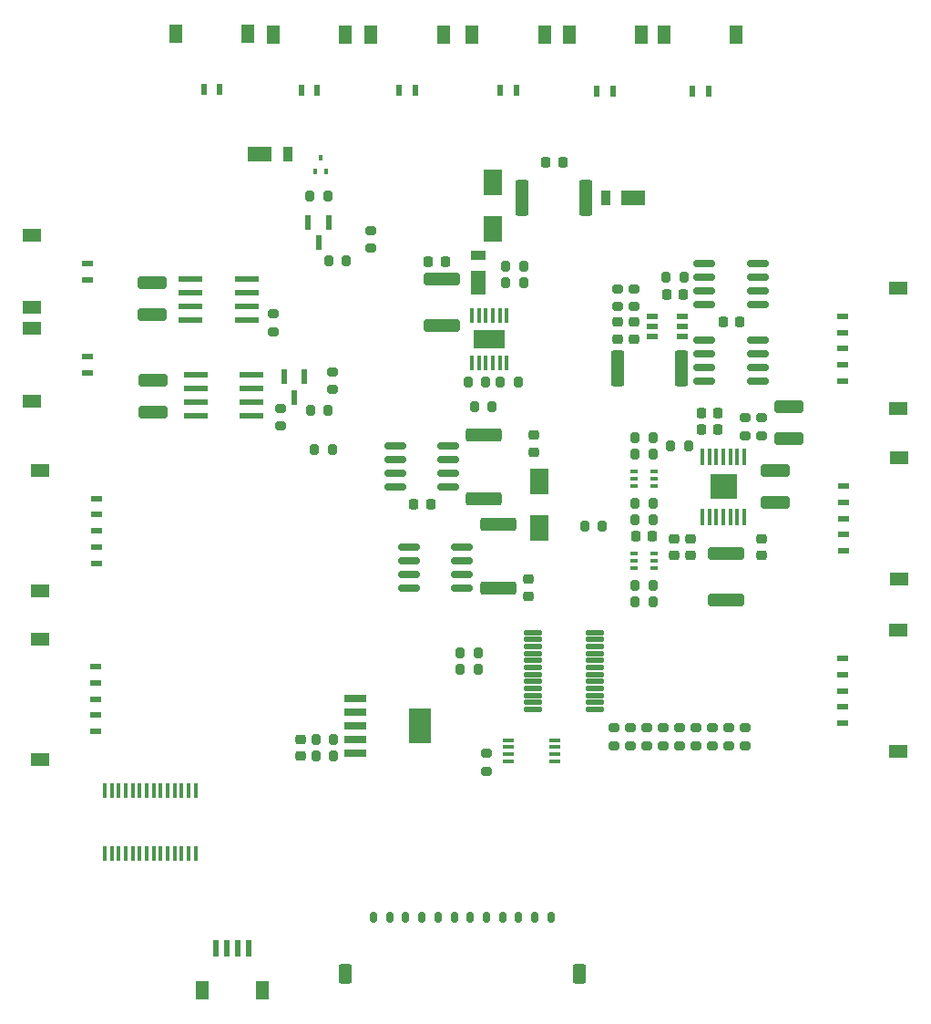
<source format=gbr>
%TF.GenerationSoftware,KiCad,Pcbnew,(6.0.7)*%
%TF.CreationDate,2023-03-29T01:01:16-07:00*%
%TF.ProjectId,battery_board_v1,62617474-6572-4795-9f62-6f6172645f76,rev?*%
%TF.SameCoordinates,Original*%
%TF.FileFunction,Paste,Top*%
%TF.FilePolarity,Positive*%
%FSLAX46Y46*%
G04 Gerber Fmt 4.6, Leading zero omitted, Abs format (unit mm)*
G04 Created by KiCad (PCBNEW (6.0.7)) date 2023-03-29 01:01:16*
%MOMM*%
%LPD*%
G01*
G04 APERTURE LIST*
G04 Aperture macros list*
%AMRoundRect*
0 Rectangle with rounded corners*
0 $1 Rounding radius*
0 $2 $3 $4 $5 $6 $7 $8 $9 X,Y pos of 4 corners*
0 Add a 4 corners polygon primitive as box body*
4,1,4,$2,$3,$4,$5,$6,$7,$8,$9,$2,$3,0*
0 Add four circle primitives for the rounded corners*
1,1,$1+$1,$2,$3*
1,1,$1+$1,$4,$5*
1,1,$1+$1,$6,$7*
1,1,$1+$1,$8,$9*
0 Add four rect primitives between the rounded corners*
20,1,$1+$1,$2,$3,$4,$5,0*
20,1,$1+$1,$4,$5,$6,$7,0*
20,1,$1+$1,$6,$7,$8,$9,0*
20,1,$1+$1,$8,$9,$2,$3,0*%
G04 Aperture macros list end*
%ADD10RoundRect,0.200000X-0.200000X-0.275000X0.200000X-0.275000X0.200000X0.275000X-0.200000X0.275000X0*%
%ADD11RoundRect,0.200000X0.275000X-0.200000X0.275000X0.200000X-0.275000X0.200000X-0.275000X-0.200000X0*%
%ADD12RoundRect,0.225000X-0.250000X0.225000X-0.250000X-0.225000X0.250000X-0.225000X0.250000X0.225000X0*%
%ADD13RoundRect,0.225000X0.250000X-0.225000X0.250000X0.225000X-0.250000X0.225000X-0.250000X-0.225000X0*%
%ADD14RoundRect,0.150000X-0.150000X-0.350000X0.150000X-0.350000X0.150000X0.350000X-0.150000X0.350000X0*%
%ADD15RoundRect,0.250000X-0.375000X-0.650000X0.375000X-0.650000X0.375000X0.650000X-0.375000X0.650000X0*%
%ADD16R,2.200000X1.400000*%
%ADD17R,0.900000X1.400000*%
%ADD18RoundRect,0.225000X-0.225000X-0.250000X0.225000X-0.250000X0.225000X0.250000X-0.225000X0.250000X0*%
%ADD19RoundRect,0.150000X-0.825000X-0.150000X0.825000X-0.150000X0.825000X0.150000X-0.825000X0.150000X0*%
%ADD20R,0.400000X0.510000*%
%ADD21R,0.650000X0.400000*%
%ADD22R,0.600000X1.550000*%
%ADD23R,1.200000X1.800000*%
%ADD24R,0.600000X1.000000*%
%ADD25R,1.250000X1.800000*%
%ADD26R,1.000000X0.600000*%
%ADD27R,1.800000X1.250000*%
%ADD28RoundRect,0.200000X0.200000X0.275000X-0.200000X0.275000X-0.200000X-0.275000X0.200000X-0.275000X0*%
%ADD29R,2.209800X0.609600*%
%ADD30RoundRect,0.225000X0.225000X0.250000X-0.225000X0.250000X-0.225000X-0.250000X0.225000X-0.250000X0*%
%ADD31RoundRect,0.250000X1.100000X-0.325000X1.100000X0.325000X-1.100000X0.325000X-1.100000X-0.325000X0*%
%ADD32R,2.000000X0.650000*%
%ADD33R,2.000000X3.200000*%
%ADD34RoundRect,0.200000X-0.275000X0.200000X-0.275000X-0.200000X0.275000X-0.200000X0.275000X0.200000X0*%
%ADD35R,1.400000X0.900000*%
%ADD36R,1.400000X2.200000*%
%ADD37R,0.304800X1.600200*%
%ADD38R,2.460000X2.310000*%
%ADD39RoundRect,0.020500X0.764500X0.184500X-0.764500X0.184500X-0.764500X-0.184500X0.764500X-0.184500X0*%
%ADD40R,0.558800X1.320800*%
%ADD41RoundRect,0.250000X-0.362500X-1.425000X0.362500X-1.425000X0.362500X1.425000X-0.362500X1.425000X0*%
%ADD42RoundRect,0.250000X-1.425000X0.362500X-1.425000X-0.362500X1.425000X-0.362500X1.425000X0.362500X0*%
%ADD43RoundRect,0.250000X-1.450000X0.312500X-1.450000X-0.312500X1.450000X-0.312500X1.450000X0.312500X0*%
%ADD44RoundRect,0.250000X1.450000X-0.312500X1.450000X0.312500X-1.450000X0.312500X-1.450000X-0.312500X0*%
%ADD45RoundRect,0.250000X0.362500X1.425000X-0.362500X1.425000X-0.362500X-1.425000X0.362500X-1.425000X0*%
%ADD46R,0.450000X1.425000*%
%ADD47R,2.947000X1.753000*%
%ADD48RoundRect,0.250000X-1.100000X0.325000X-1.100000X-0.325000X1.100000X-0.325000X1.100000X0.325000X0*%
%ADD49R,1.100000X0.400000*%
%ADD50R,1.700000X2.350000*%
%ADD51R,0.450000X1.475000*%
G04 APERTURE END LIST*
%TO.C,U2*%
G36*
X179180000Y-88064100D02*
G01*
X176720000Y-88064100D01*
X176720000Y-85754100D01*
X179180000Y-85754100D01*
X179180000Y-88064100D01*
G37*
%TD*%
D10*
%TO.C,R43*%
X154800000Y-79450000D03*
X156450000Y-79450000D03*
%TD*%
D11*
%TO.C,R14*%
X145148500Y-64752900D03*
X145148500Y-63102900D03*
%TD*%
D12*
%TO.C,C1*%
X174902000Y-91735100D03*
X174902000Y-93285100D03*
%TD*%
D13*
%TO.C,C16*%
X160325000Y-83675000D03*
X160325000Y-82125000D03*
%TD*%
D14*
%TO.C,J6*%
X145425000Y-126905000D03*
X146925000Y-126905000D03*
X148425000Y-126905000D03*
X149925000Y-126905000D03*
X151425000Y-126905000D03*
X152925000Y-126905000D03*
X154425000Y-126905000D03*
X155925000Y-126905000D03*
X157425000Y-126905000D03*
X158925000Y-126905000D03*
X160425000Y-126905000D03*
X161925000Y-126905000D03*
D15*
X142820000Y-132095000D03*
X164530000Y-132095000D03*
%TD*%
D16*
%TO.C,D5*%
X134884000Y-55977900D03*
D17*
X137434000Y-55977900D03*
%TD*%
D10*
%TO.C,R41*%
X139563899Y-79791599D03*
X141213899Y-79791599D03*
%TD*%
%TO.C,R28*%
X153475000Y-103874800D03*
X155125000Y-103874800D03*
%TD*%
D18*
%TO.C,C17*%
X150548201Y-65986401D03*
X152098201Y-65986401D03*
%TD*%
D19*
%TO.C,Q2*%
X176200000Y-66164000D03*
X176200000Y-67434000D03*
X176200000Y-68704000D03*
X176200000Y-69974000D03*
X181150000Y-69974000D03*
X181150000Y-68704000D03*
X181150000Y-67434000D03*
X181150000Y-66164000D03*
%TD*%
D20*
%TO.C,Q7*%
X140489500Y-56318900D03*
X140989500Y-57608900D03*
X139989500Y-57608900D03*
%TD*%
D21*
%TO.C,Q3*%
X171534000Y-86797100D03*
X171534000Y-86147100D03*
X171534000Y-85497100D03*
X169634000Y-85497100D03*
X169634000Y-86147100D03*
X169634000Y-86797100D03*
%TD*%
D22*
%TO.C,J20*%
X130800000Y-129750000D03*
X131800000Y-129750000D03*
X132800000Y-129750000D03*
X133800000Y-129750000D03*
D23*
X129500000Y-133625000D03*
X135100000Y-133625000D03*
%TD*%
D24*
%TO.C,J11*%
X176550000Y-50140000D03*
X175050000Y-50140000D03*
D25*
X179155000Y-44950000D03*
X172445000Y-44950000D03*
%TD*%
D26*
%TO.C,J4*%
X119670000Y-88000000D03*
X119670000Y-89500000D03*
X119670000Y-91000000D03*
X119670000Y-92500000D03*
X119670000Y-94000000D03*
D27*
X114480000Y-85395000D03*
X114480000Y-96605000D03*
%TD*%
D11*
%TO.C,R25*%
X176908800Y-110928561D03*
X176908800Y-109278561D03*
%TD*%
D28*
%TO.C,R31*%
X141730200Y-111894000D03*
X140080200Y-111894000D03*
%TD*%
D24*
%TO.C,J15*%
X158700000Y-50090000D03*
X157200000Y-50090000D03*
D25*
X161305000Y-44900000D03*
X154595000Y-44900000D03*
%TD*%
D10*
%TO.C,R29*%
X153475000Y-102300000D03*
X155125000Y-102300000D03*
%TD*%
D11*
%TO.C,R19*%
X175384800Y-110928562D03*
X175384800Y-109278562D03*
%TD*%
D26*
%TO.C,J19*%
X118865000Y-74825000D03*
X118865000Y-76325000D03*
D27*
X113675000Y-72220000D03*
X113675000Y-78930000D03*
%TD*%
D28*
%TO.C,R34*%
X159361801Y-67916800D03*
X157711801Y-67916800D03*
%TD*%
D10*
%TO.C,R2*%
X172643000Y-67434000D03*
X174293000Y-67434000D03*
%TD*%
D28*
%TO.C,R9*%
X174711000Y-83099100D03*
X173061000Y-83099100D03*
%TD*%
D11*
%TO.C,R21*%
X169288800Y-110928562D03*
X169288800Y-109278562D03*
%TD*%
D18*
%TO.C,C5*%
X177900000Y-71625000D03*
X179450000Y-71625000D03*
%TD*%
D28*
%TO.C,R33*%
X158875000Y-77175000D03*
X157225000Y-77175000D03*
%TD*%
D29*
%TO.C,Q6*%
X133680200Y-71423000D03*
X133680200Y-70153000D03*
X133680200Y-68883000D03*
X133680200Y-67613000D03*
X128447800Y-67613000D03*
X128447800Y-68883000D03*
X128447800Y-70153000D03*
X128447800Y-71423000D03*
%TD*%
D30*
%TO.C,C10*%
X177455000Y-81575100D03*
X175905000Y-81575100D03*
%TD*%
D24*
%TO.C,J16*%
X167700000Y-50140000D03*
X166200000Y-50140000D03*
D25*
X170305000Y-44950000D03*
X163595000Y-44950000D03*
%TD*%
D31*
%TO.C,C3*%
X184050000Y-82425000D03*
X184050000Y-79475000D03*
%TD*%
D24*
%TO.C,J13*%
X140200000Y-50090000D03*
X138700000Y-50090000D03*
D25*
X142805000Y-44900000D03*
X136095000Y-44900000D03*
%TD*%
D13*
%TO.C,C15*%
X138619200Y-111907000D03*
X138619200Y-110357000D03*
%TD*%
D19*
%TO.C,Q1*%
X176200000Y-73276000D03*
X176200000Y-74546000D03*
X176200000Y-75816000D03*
X176200000Y-77086000D03*
X181150000Y-77086000D03*
X181150000Y-75816000D03*
X181150000Y-74546000D03*
X181150000Y-73276000D03*
%TD*%
D10*
%TO.C,R32*%
X154200000Y-77175000D03*
X155850000Y-77175000D03*
%TD*%
D24*
%TO.C,J12*%
X131150000Y-50040000D03*
X129650000Y-50040000D03*
D25*
X133755000Y-44850000D03*
X127045000Y-44850000D03*
%TD*%
D32*
%TO.C,U5*%
X143747200Y-106560000D03*
X143747200Y-107830000D03*
X143747200Y-109100000D03*
X143747200Y-110370000D03*
X143747200Y-111640000D03*
D33*
X149747200Y-109100000D03*
%TD*%
D34*
%TO.C,R7*%
X181506000Y-80496100D03*
X181506000Y-82146100D03*
%TD*%
D13*
%TO.C,C6*%
X181506000Y-93285100D03*
X181506000Y-91735100D03*
%TD*%
D28*
%TO.C,R30*%
X141730200Y-110370000D03*
X140080200Y-110370000D03*
%TD*%
D13*
%TO.C,C8*%
X168134000Y-73175000D03*
X168134000Y-71625000D03*
%TD*%
D35*
%TO.C,D2*%
X155184001Y-65400000D03*
D36*
X155184001Y-67950000D03*
%TD*%
D37*
%TO.C,U2*%
X179900034Y-84140500D03*
X179250021Y-84140500D03*
X178600012Y-84140500D03*
X177950000Y-84140500D03*
X177299988Y-84140500D03*
X176649979Y-84140500D03*
X175999966Y-84140500D03*
X175999966Y-89677700D03*
X176649979Y-89677700D03*
X177299988Y-89677700D03*
X177950000Y-89677700D03*
X178600012Y-89677700D03*
X179250021Y-89677700D03*
X179900034Y-89677700D03*
D38*
X177950000Y-86909100D03*
%TD*%
D39*
%TO.C,U4*%
X165961801Y-107577562D03*
X165961801Y-106927562D03*
X165961801Y-106277562D03*
X165961801Y-105627562D03*
X165961801Y-104977562D03*
X165961801Y-104327562D03*
X165961801Y-103677562D03*
X165961801Y-103027562D03*
X165961801Y-102377562D03*
X165961801Y-101727562D03*
X165961801Y-101077562D03*
X165961801Y-100427562D03*
X160221801Y-100427562D03*
X160221801Y-101077562D03*
X160221801Y-101727562D03*
X160221801Y-102377562D03*
X160221801Y-103027562D03*
X160221801Y-103677562D03*
X160221801Y-104327562D03*
X160221801Y-104977562D03*
X160221801Y-105627562D03*
X160221801Y-106277562D03*
X160221801Y-106927562D03*
X160221801Y-107577562D03*
%TD*%
D30*
%TO.C,C18*%
X163013801Y-56778400D03*
X161463801Y-56778400D03*
%TD*%
D31*
%TO.C,C19*%
X124945700Y-79945802D03*
X124945700Y-76995802D03*
%TD*%
D10*
%TO.C,R8*%
X169759000Y-89957100D03*
X171409000Y-89957100D03*
%TD*%
%TO.C,R16*%
X141275500Y-65896900D03*
X142925500Y-65896900D03*
%TD*%
D26*
%TO.C,U1*%
X174106000Y-72956000D03*
X174106000Y-72006000D03*
X174106000Y-71056000D03*
X171306000Y-71056000D03*
X171306000Y-72006000D03*
X171306000Y-72956000D03*
%TD*%
D11*
%TO.C,R40*%
X141608099Y-77873400D03*
X141608099Y-76223400D03*
%TD*%
D28*
%TO.C,R6*%
X166700190Y-90563911D03*
X165050190Y-90563911D03*
%TD*%
D11*
%TO.C,R26*%
X173860800Y-110928562D03*
X173860800Y-109278562D03*
%TD*%
D34*
%TO.C,R4*%
X169658000Y-68514000D03*
X169658000Y-70164000D03*
%TD*%
D40*
%TO.C,Q8*%
X139004599Y-76705499D03*
X137099599Y-76705499D03*
X138052099Y-78585099D03*
%TD*%
D28*
%TO.C,R10*%
X171409000Y-88433100D03*
X169759000Y-88433100D03*
%TD*%
D26*
%TO.C,J17*%
X118864000Y-66179000D03*
X118864000Y-67679000D03*
D27*
X113674000Y-63574000D03*
X113674000Y-70284000D03*
%TD*%
D28*
%TO.C,R15*%
X171409000Y-83861100D03*
X169759000Y-83861100D03*
%TD*%
D41*
%TO.C,R1*%
X168092500Y-75943000D03*
X174017500Y-75943000D03*
%TD*%
D42*
%TO.C,R22*%
X155641799Y-82116449D03*
X155641799Y-88041449D03*
%TD*%
D19*
%TO.C,U6*%
X148705800Y-92481400D03*
X148705800Y-93751400D03*
X148705800Y-95021400D03*
X148705800Y-96291400D03*
X153655800Y-96291400D03*
X153655800Y-95021400D03*
X153655800Y-93751400D03*
X153655800Y-92481400D03*
%TD*%
D26*
%TO.C,J1*%
X189030000Y-77075000D03*
X189030000Y-75575000D03*
X189030000Y-74075000D03*
X189030000Y-72575000D03*
X189030000Y-71075000D03*
D27*
X194220000Y-79680000D03*
X194220000Y-68470000D03*
%TD*%
D18*
%TO.C,C11*%
X175905000Y-80051100D03*
X177455000Y-80051100D03*
%TD*%
D11*
%TO.C,R20*%
X172336800Y-110928562D03*
X172336800Y-109278562D03*
%TD*%
D43*
%TO.C,L1*%
X178158800Y-93108800D03*
X178158800Y-97383800D03*
%TD*%
D11*
%TO.C,R23*%
X179956800Y-110928562D03*
X179956800Y-109278562D03*
%TD*%
D28*
%TO.C,R11*%
X171409000Y-97577100D03*
X169759000Y-97577100D03*
%TD*%
D44*
%TO.C,L2*%
X151780401Y-71933900D03*
X151780401Y-67658900D03*
%TD*%
D26*
%TO.C,J2*%
X189080000Y-92850000D03*
X189080000Y-91350000D03*
X189080000Y-89850000D03*
X189080000Y-88350000D03*
X189080000Y-86850000D03*
D27*
X194270000Y-95455000D03*
X194270000Y-84245000D03*
%TD*%
D42*
%TO.C,R37*%
X157022800Y-90407900D03*
X157022800Y-96332900D03*
%TD*%
D10*
%TO.C,R12*%
X169759000Y-96053100D03*
X171409000Y-96053100D03*
%TD*%
D19*
%TO.C,U3*%
X147425000Y-83095000D03*
X147425000Y-84365000D03*
X147425000Y-85635000D03*
X147425000Y-86905000D03*
X152375000Y-86905000D03*
X152375000Y-85635000D03*
X152375000Y-84365000D03*
X152375000Y-83095000D03*
%TD*%
D13*
%TO.C,C9*%
X169658000Y-73175000D03*
X169658000Y-71625000D03*
%TD*%
D12*
%TO.C,C20*%
X159816800Y-95491000D03*
X159816800Y-97041000D03*
%TD*%
D34*
%TO.C,R3*%
X168134000Y-68514000D03*
X168134000Y-70164000D03*
%TD*%
D11*
%TO.C,R18*%
X178432800Y-110928562D03*
X178432800Y-109278562D03*
%TD*%
D45*
%TO.C,R36*%
X165150501Y-60080400D03*
X159225501Y-60080400D03*
%TD*%
D46*
%TO.C,IC2*%
X154575000Y-75412000D03*
X155225000Y-75412000D03*
X155875000Y-75412000D03*
X156525000Y-75412000D03*
X157175000Y-75412000D03*
X157825000Y-75412000D03*
X157825000Y-70988000D03*
X157175000Y-70988000D03*
X156525000Y-70988000D03*
X155875000Y-70988000D03*
X155225000Y-70988000D03*
X154575000Y-70988000D03*
D47*
X156200000Y-73200000D03*
%TD*%
D31*
%TO.C,C13*%
X124841000Y-70944000D03*
X124841000Y-67994000D03*
%TD*%
D11*
%TO.C,R42*%
X136832899Y-81277001D03*
X136832899Y-79627001D03*
%TD*%
%TO.C,R27*%
X170812800Y-110928561D03*
X170812800Y-109278561D03*
%TD*%
D17*
%TO.C,D4*%
X166986401Y-60080400D03*
D16*
X169536401Y-60080400D03*
%TD*%
D40*
%TO.C,Q5*%
X141275000Y-62353600D03*
X139370000Y-62353600D03*
X140322500Y-64233200D03*
%TD*%
D18*
%TO.C,C7*%
X172693000Y-69085000D03*
X174243000Y-69085000D03*
%TD*%
D29*
%TO.C,Q9*%
X134115099Y-80325000D03*
X134115099Y-79055000D03*
X134115099Y-77785000D03*
X134115099Y-76515000D03*
X128882699Y-76515000D03*
X128882699Y-77785000D03*
X128882699Y-79055000D03*
X128882699Y-80325000D03*
%TD*%
D10*
%TO.C,R13*%
X169759000Y-82337100D03*
X171409000Y-82337100D03*
%TD*%
D21*
%TO.C,Q4*%
X171534000Y-94417100D03*
X171534000Y-93767100D03*
X171534000Y-93117100D03*
X169634000Y-93117100D03*
X169634000Y-93767100D03*
X169634000Y-94417100D03*
%TD*%
D18*
%TO.C,C12*%
X169809000Y-91481100D03*
X171359000Y-91481100D03*
%TD*%
D48*
%TO.C,C4*%
X182776000Y-85434100D03*
X182776000Y-88384100D03*
%TD*%
D11*
%TO.C,R38*%
X155900000Y-113325000D03*
X155900000Y-111675000D03*
%TD*%
D12*
%TO.C,C2*%
X173378000Y-91735100D03*
X173378000Y-93285100D03*
%TD*%
D26*
%TO.C,J3*%
X189030000Y-108850000D03*
X189030000Y-107350000D03*
X189030000Y-105850000D03*
X189030000Y-104350000D03*
X189030000Y-102850000D03*
D27*
X194220000Y-111455000D03*
X194220000Y-100245000D03*
%TD*%
D34*
%TO.C,R5*%
X179982000Y-80496100D03*
X179982000Y-82146100D03*
%TD*%
%TO.C,R17*%
X136144000Y-70867000D03*
X136144000Y-72517000D03*
%TD*%
D26*
%TO.C,J5*%
X119645000Y-103625000D03*
X119645000Y-105125000D03*
X119645000Y-106625000D03*
X119645000Y-108125000D03*
X119645000Y-109625000D03*
D27*
X114455000Y-101020000D03*
X114455000Y-112230000D03*
%TD*%
D10*
%TO.C,R39*%
X141172900Y-59929700D03*
X139522900Y-59929700D03*
%TD*%
D11*
%TO.C,R24*%
X167771801Y-110927562D03*
X167771801Y-109277562D03*
%TD*%
D49*
%TO.C,IC3*%
X157950000Y-110425000D03*
X157950000Y-111075000D03*
X157950000Y-111725000D03*
X157950000Y-112375000D03*
X162250000Y-112375000D03*
X162250000Y-111725000D03*
X162250000Y-111075000D03*
X162250000Y-110425000D03*
%TD*%
D50*
%TO.C,D3*%
X156498401Y-62941600D03*
X156498401Y-58641600D03*
%TD*%
D18*
%TO.C,C14*%
X149175000Y-88550000D03*
X150725000Y-88550000D03*
%TD*%
D24*
%TO.C,J14*%
X149300000Y-50090000D03*
X147800000Y-50090000D03*
D25*
X151905000Y-44900000D03*
X145195000Y-44900000D03*
%TD*%
D51*
%TO.C,IC1*%
X128900000Y-115112000D03*
X128250000Y-115112000D03*
X127600000Y-115112000D03*
X126950000Y-115112000D03*
X126300000Y-115112000D03*
X125650000Y-115112000D03*
X125000000Y-115112000D03*
X124350000Y-115112000D03*
X123700000Y-115112000D03*
X123050000Y-115112000D03*
X122400000Y-115112000D03*
X121750000Y-115112000D03*
X121100000Y-115112000D03*
X120450000Y-115112000D03*
X120450000Y-120988000D03*
X121100000Y-120988000D03*
X121750000Y-120988000D03*
X122400000Y-120988000D03*
X123050000Y-120988000D03*
X123700000Y-120988000D03*
X124350000Y-120988000D03*
X125000000Y-120988000D03*
X125650000Y-120988000D03*
X126300000Y-120988000D03*
X126950000Y-120988000D03*
X127600000Y-120988000D03*
X128250000Y-120988000D03*
X128900000Y-120988000D03*
%TD*%
D50*
%TO.C,D1*%
X160800000Y-86450000D03*
X160800000Y-90750000D03*
%TD*%
D10*
%TO.C,R44*%
X139925000Y-83450000D03*
X141575000Y-83450000D03*
%TD*%
%TO.C,R35*%
X157711801Y-66392800D03*
X159361801Y-66392800D03*
%TD*%
M02*

</source>
